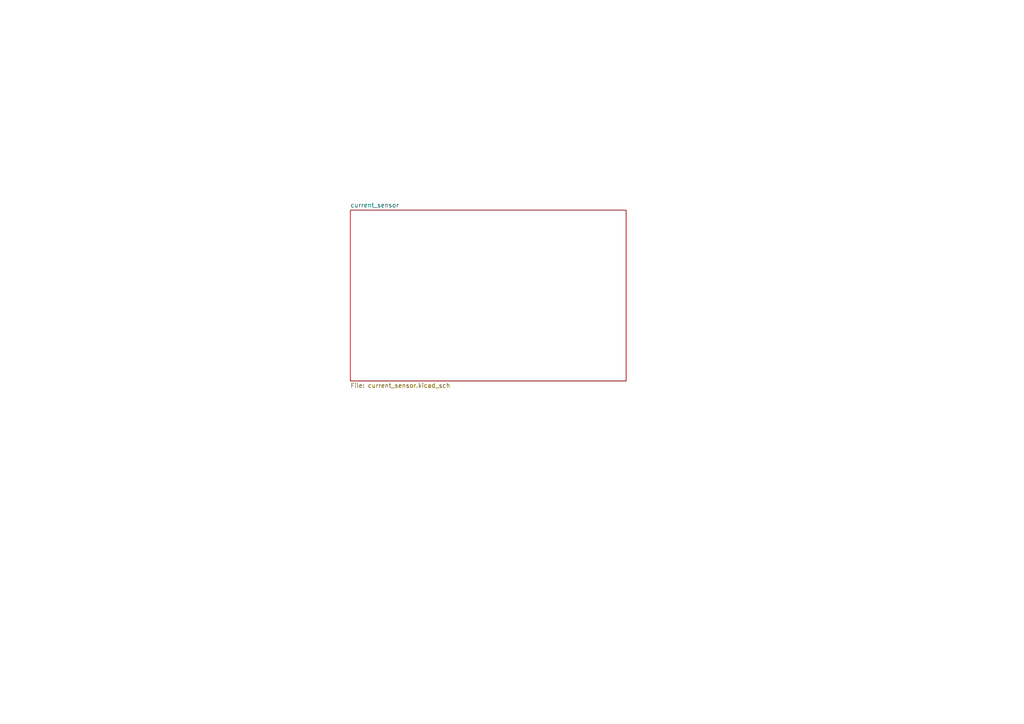
<source format=kicad_sch>
(kicad_sch
	(version 20250114)
	(generator "eeschema")
	(generator_version "9.0")
	(uuid "7255cc6b-4b58-46c5-a322-1ec6c681096b")
	(paper "A4")
	(lib_symbols)
	(sheet
		(at 101.6 60.96)
		(size 80.01 49.53)
		(exclude_from_sim no)
		(in_bom yes)
		(on_board yes)
		(dnp no)
		(fields_autoplaced yes)
		(stroke
			(width 0.1524)
			(type solid)
		)
		(fill
			(color 0 0 0 0.0000)
		)
		(uuid "baaf7afa-144d-4451-a089-126e571b21ae")
		(property "Sheetname" "current_sensor"
			(at 101.6 60.2484 0)
			(effects
				(font
					(size 1.27 1.27)
				)
				(justify left bottom)
			)
		)
		(property "Sheetfile" "current_sensor.kicad_sch"
			(at 101.6 111.0746 0)
			(effects
				(font
					(size 1.27 1.27)
				)
				(justify left top)
			)
		)
		(instances
			(project "fpc"
				(path "/7255cc6b-4b58-46c5-a322-1ec6c681096b"
					(page "2")
				)
			)
		)
	)
	(sheet_instances
		(path "/"
			(page "1")
		)
	)
	(embedded_fonts no)
)

</source>
